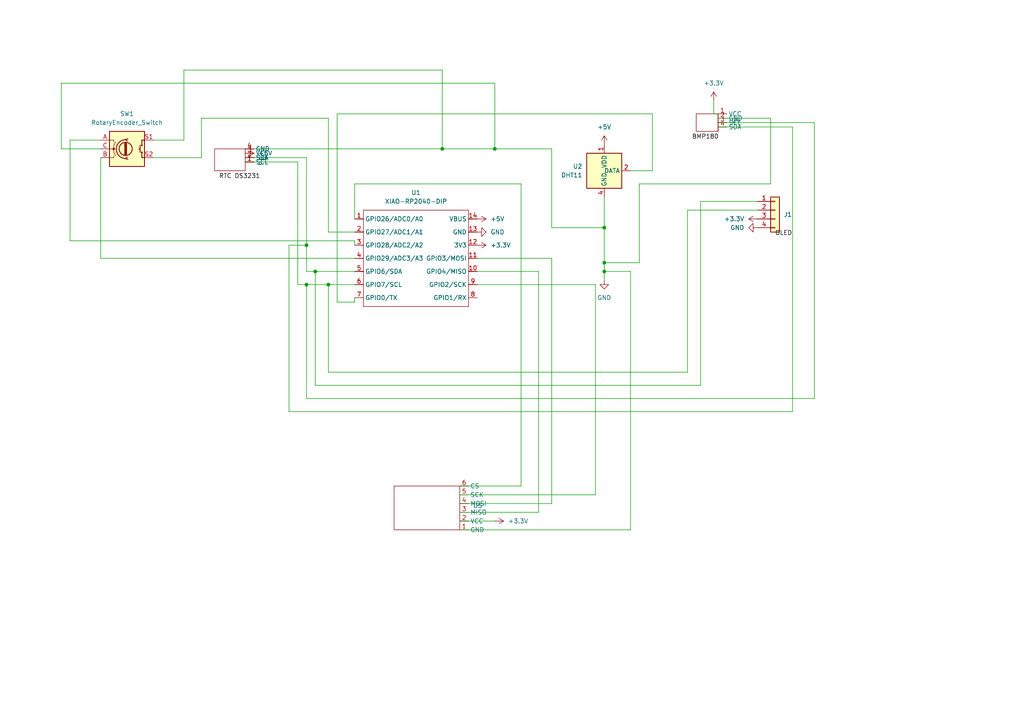
<source format=kicad_sch>
(kicad_sch (version 20250114) (generator "eeschema") (generator_version "9.0")
  (paper "A4")
  (lib_symbols
    (symbol "BMP:BMP180"
      (property "Reference" "U" (at 0 0 0))
      (symbol "BMP180_0_1"
        (rectangle (start 0 5.08) (end 0 0))
        (rectangle (start 0 0) (end -6.35 5.08))
      )
      (symbol "BMP180_1_1"
        (pin input line (at 0 5.08 0) (length 2.54) (name "VCC") (number "1"))
        (pin input line (at 0 3.81 0) (length 2.54) (name "GND") (number "2"))
        (pin input line (at 0 2.54 0) (length 2.54) (name "SCL") (number "3"))
        (pin input line (at 0 1.27 0) (length 2.54) (name "SDA") (number "4"))
      )
    )
    (symbol "Device:RotaryEncoder_Switch" (pin_names (offset 0.254) (hide yes))
      (property "Reference" "SW" (at 0 6.604 0))
      (property "Value" "RotaryEncoder_Switch" (at 0 -6.604 0))
      (symbol "RotaryEncoder_Switch_0_1"
        (rectangle (start -5.08 5.08) (end 5.08 -5.08) (stroke (width 0.254)) (fill (type background)))
        (polyline (pts (xy -5.08 2.54) (xy -3.81 2.54) (xy -3.81 2.032)))
        (polyline (pts (xy -5.08 0) (xy -3.81 0) (xy -3.81 -1.016) (xy -3.302 -2.032)))
        (polyline (pts (xy -5.08 -2.54) (xy -3.81 -2.54) (xy -3.81 -2.032)))
        (polyline (pts (xy -4.318 0) (xy -3.81 0) (xy -3.81 1.016) (xy -3.302 2.032)))
        (circle (center -3.81 0) (radius 0.254) (fill (type outline)))
        (polyline (pts (xy -0.635 -1.778) (xy -0.635 1.778)) (stroke (width 0.254)))
        (circle (center -0.381 0) (radius 1.905) (stroke (width 0.254)))
        (polyline (pts (xy -0.381 -1.778) (xy -0.381 1.778)) (stroke (width 0.254)))
        (arc (start -0.381 -2.794) (mid -3.0988 -0.0635) (end -0.381 2.667) (stroke (width 0.254)))
        (polyline (pts (xy -0.127 1.778) (xy -0.127 -1.778)) (stroke (width 0.254)))
        (polyline (pts (xy 0.254 2.921) (xy -0.508 2.667) (xy 0.127 2.286)) (stroke (width 0.254)))
        (polyline (pts (xy 0.254 -3.048) (xy -0.508 -2.794) (xy 0.127 -2.413)) (stroke (width 0.254)))
        (polyline (pts (xy 3.81 1.016) (xy 3.81 -1.016)) (stroke (width 0.254)))
        (polyline (pts (xy 3.81 0) (xy 3.429 0)) (stroke (width 0.254)))
        (circle (center 4.318 1.016) (radius 0.127) (stroke (width 0.254)))
        (circle (center 4.318 -1.016) (radius 0.127) (stroke (width 0.254)))
        (polyline (pts (xy 5.08 2.54) (xy 4.318 2.54) (xy 4.318 1.016)) (stroke (width 0.254)))
        (polyline (pts (xy 5.08 -2.54) (xy 4.318 -2.54) (xy 4.318 -1.016)) (stroke (width 0.254)))
      )
      (symbol "RotaryEncoder_Switch_1_1"
        (pin passive line (at -7.62 2.54 0) (length 2.54) (name "A") (number "A"))
        (pin passive line (at -7.62 0 0) (length 2.54) (name "C") (number "C"))
        (pin passive line (at -7.62 -2.54 0) (length 2.54) (name "B") (number "B"))
        (pin passive line (at 7.62 2.54 180) (length 2.54) (name "S1") (number "S1"))
        (pin passive line (at 7.62 -2.54 180) (length 2.54) (name "S2") (number "S2"))
      )
    )
    (symbol "OLED:Conn_01x04" (pin_names (offset 1.016) (hide yes))
      (property "Reference" "J" (at 0 5.08 0))
      (symbol "Conn_01x04_1_1"
        (rectangle (start -1.27 3.81) (end 1.27 -6.35) (stroke (width 0.254)) (fill (type background)))
        (rectangle (start -1.27 2.667) (end 0 2.413) (stroke (width 0.1524)))
        (rectangle (start -1.27 0.127) (end 0 -0.127) (stroke (width 0.1524)))
        (rectangle (start -1.27 -2.413) (end 0 -2.667) (stroke (width 0.1524)))
        (rectangle (start -1.27 -4.953) (end 0 -5.207) (stroke (width 0.1524)))
        (pin passive line (at -5.08 2.54 0) (length 3.81) (name "Pin_1") (number "1"))
        (pin passive line (at -5.08 0 0) (length 3.81) (name "Pin_2") (number "2"))
        (pin passive line (at -5.08 -2.54 0) (length 3.81) (name "VCC") (number "3"))
        (pin passive line (at -5.08 -5.08 0) (length 3.81) (name "GND") (number "4"))
      )
    )
    (symbol "OPL:XIAO-RP2040-DIP"
      (property "Reference" "U" (at 0 0 0))
      (property "Value" "XIAO-RP2040-DIP" (at 5.334 -1.778 0))
      (symbol "XIAO-RP2040-DIP_1_0"
        (polyline (pts (xy -1.27 -2.54) (xy 29.21 -2.54)) (stroke (width 0.1524)))
        (polyline (pts (xy -1.27 -5.08) (xy -2.54 -5.08)) (stroke (width 0.1524)))
        (polyline (pts (xy -1.27 -5.08) (xy -1.27 -2.54)) (stroke (width 0.1524)))
        (polyline (pts (xy -1.27 -8.89) (xy -2.54 -8.89)) (stroke (width 0.1524)))
        (polyline (pts (xy -1.27 -8.89) (xy -1.27 -5.08)) (stroke (width 0.1524)))
        (polyline (pts (xy -1.27 -12.7) (xy -2.54 -12.7)) (stroke (width 0.1524)))
        (polyline (pts (xy -1.27 -12.7) (xy -1.27 -8.89)) (stroke (width 0.1524)))
        (polyline (pts (xy -1.27 -16.51) (xy -2.54 -16.51)) (stroke (width 0.1524)))
        (polyline (pts (xy -1.27 -16.51) (xy -1.27 -12.7)) (stroke (width 0.1524)))
        (polyline (pts (xy -1.27 -20.32) (xy -2.54 -20.32)) (stroke (width 0.1524)))
        (polyline (pts (xy -1.27 -24.13) (xy -2.54 -24.13)) (stroke (width 0.1524)))
        (polyline (pts (xy -1.27 -27.94) (xy -2.54 -27.94)) (stroke (width 0.1524)))
        (polyline (pts (xy -1.27 -30.48) (xy -1.27 -16.51)) (stroke (width 0.1524)))
        (polyline (pts (xy 29.21 -2.54) (xy 29.21 -5.08)) (stroke (width 0.1524)))
        (polyline (pts (xy 29.21 -5.08) (xy 29.21 -8.89)) (stroke (width 0.1524)))
        (polyline (pts (xy 29.21 -8.89) (xy 29.21 -12.7)) (stroke (width 0.1524)))
        (polyline (pts (xy 29.21 -12.7) (xy 29.21 -30.48)) (stroke (width 0.1524)))
        (polyline (pts (xy 29.21 -30.48) (xy -1.27 -30.48)) (stroke (width 0.1524)))
        (polyline (pts (xy 30.48 -5.08) (xy 29.21 -5.08)) (stroke (width 0.1524)))
        (polyline (pts (xy 30.48 -8.89) (xy 29.21 -8.89)) (stroke (width 0.1524)))
        (polyline (pts (xy 30.48 -12.7) (xy 29.21 -12.7)) (stroke (width 0.1524)))
        (polyline (pts (xy 30.48 -16.51) (xy 29.21 -16.51)) (stroke (width 0.1524)))
        (polyline (pts (xy 30.48 -20.32) (xy 29.21 -20.32)) (stroke (width 0.1524)))
        (polyline (pts (xy 30.48 -24.13) (xy 29.21 -24.13)) (stroke (width 0.1524)))
        (polyline (pts (xy 30.48 -27.94) (xy 29.21 -27.94)) (stroke (width 0.1524)))
        (pin passive line (at -3.81 -5.08 0) (length 2.54) (name "GPIO26/ADC0/A0") (number "1"))
        (pin passive line (at -3.81 -8.89 0) (length 2.54) (name "GPIO27/ADC1/A1") (number "2"))
        (pin passive line (at -3.81 -12.7 0) (length 2.54) (name "GPIO28/ADC2/A2") (number "3"))
        (pin passive line (at -3.81 -16.51 0) (length 2.54) (name "GPIO29/ADC3/A3") (number "4"))
        (pin passive line (at -3.81 -20.32 0) (length 2.54) (name "GPIO6/SDA") (number "5"))
        (pin passive line (at -3.81 -24.13 0) (length 2.54) (name "GPIO7/SCL") (number "6"))
        (pin passive line (at -3.81 -27.94 0) (length 2.54) (name "GPIO0/TX") (number "7"))
        (pin passive line (at 31.75 -5.08 180) (length 2.54) (name "VBUS") (number "14"))
        (pin passive line (at 31.75 -8.89 180) (length 2.54) (name "GND") (number "13"))
        (pin passive line (at 31.75 -12.7 180) (length 2.54) (name "3V3") (number "12"))
        (pin passive line (at 31.75 -16.51 180) (length 2.54) (name "GPIO3/MOSI") (number "11"))
        (pin passive line (at 31.75 -20.32 180) (length 2.54) (name "GPIO4/MISO") (number "10"))
        (pin passive line (at 31.75 -24.13 180) (length 2.54) (name "GPIO2/SCK") (number "9"))
        (pin passive line (at 31.75 -27.94 180) (length 2.54) (name "GPIO1/RX") (number "8"))
      )
    )
    (symbol "RTC:RTC_DS3231"
      (property "Reference" "U" (at 0 0 0))
      (symbol "RTC_DS3231_0_1"
        (rectangle (start 0 0) (end -8.89 6.35))
      )
      (symbol "RTC_DS3231_1_1"
        (pin input line (at 0 6.35 0) (length 2.54) (name "GND") (number "4"))
        (pin input line (at 0 5.08 0) (length 2.54) (name "VCC") (number "3"))
        (pin input line (at 0 3.81 0) (length 2.54) (name "SDA") (number "2"))
        (pin input line (at 0 2.54 0) (length 2.54) (name "SCL") (number "1"))
      )
    )
    (symbol "SDReader:SDReader"
      (property "Reference" "U" (at 0 0 0))
      (symbol "SDReader_0_1"
        (rectangle (start 0 0) (end -19.05 12.7))
      )
      (symbol "SDReader_1_1"
        (pin output line (at 0 12.7 0) (length 2.54) (name "CS") (number "6"))
        (pin output line (at 0 10.16 0) (length 2.54) (name "SCK") (number "5"))
        (pin output line (at 0 7.62 0) (length 2.54) (name "MOSI") (number "4"))
        (pin input line (at 0 5.08 0) (length 2.54) (name "MISO") (number "3"))
        (pin power_in line (at 0 2.54 0) (length 2.54) (name "VCC") (number "2"))
        (pin power_in line (at 0 0 0) (length 2.54) (name "GND") (number "1"))
      )
    )
    (symbol "Sensor:DHT11"
      (property "Reference" "U" (at -3.81 6.35 0))
      (property "Value" "DHT11" (at 3.81 6.35 0))
      (symbol "DHT11_0_1"
        (rectangle (start -5.08 5.08) (end 5.08 -5.08) (stroke (width 0.254)) (fill (type background)))
      )
      (symbol "DHT11_1_1"
        (pin no_connect line (at -5.08 0 0) (length 2.54) (hide yes) (name "NC") (number "3"))
        (pin power_in line (at 0 7.62 270) (length 2.54) (name "VDD") (number "1"))
        (pin power_in line (at 0 -7.62 90) (length 2.54) (name "GND") (number "4"))
        (pin bidirectional line (at 7.62 0 180) (length 2.54) (name "DATA") (number "2"))
      )
    )
    (symbol "power:+3.3V" (power) (pin_numbers (hide yes)) (pin_names (offset 0) (hide yes))
      (property "Value" "+3.3V" (at 0 3.556 0))
      (symbol "+3.3V_0_1"
        (polyline (pts (xy -0.762 1.27) (xy 0 2.54)))
        (polyline (pts (xy 0 2.54) (xy 0.762 1.27)))
        (polyline (pts (xy 0 0) (xy 0 2.54)))
      )
      (symbol "+3.3V_1_1"
        (pin power_in line (at 0 0 90) (length 0) (name "~") (number "1"))
      )
    )
    (symbol "power:+5V" (power) (pin_numbers (hide yes)) (pin_names (offset 0) (hide yes))
      (property "Value" "+5V" (at 0 3.556 0))
      (symbol "+5V_0_1"
        (polyline (pts (xy -0.762 1.27) (xy 0 2.54)))
        (polyline (pts (xy 0 2.54) (xy 0.762 1.27)))
        (polyline (pts (xy 0 0) (xy 0 2.54)))
      )
      (symbol "+5V_1_1"
        (pin power_in line (at 0 0 90) (length 0) (name "~") (number "1"))
      )
    )
    (symbol "power:GND" (power) (pin_numbers (hide yes)) (pin_names (offset 0) (hide yes))
      (property "Value" "GND" (at 0 -3.81 0))
      (symbol "GND_0_1"
        (polyline (pts (xy 0 0) (xy 0 -1.27) (xy 1.27 -1.27) (xy 0 -2.54) (xy -1.27 -1.27) (xy 0 -1.27)))
      )
      (symbol "GND_1_1"
        (pin power_in line (at 0 0 270) (length 0) (name "~") (number "1"))
      )
    )
  )
  (junction (at 175.26 76.2))
  (junction (at 128.27 43.18))
  (junction (at 88.9 82.55))
  (junction (at 143.51 43.18))
  (junction (at 88.9 71.12))
  (junction (at 175.26 78.74))
  (junction (at 175.26 66.04))
  (junction (at 91.44 78.74))
  (junction (at 95.25 82.55))
  (wire (pts (xy 151.13 140.97) (xy 151.13 53.34)))
  (wire (pts (xy 156.21 78.74) (xy 138.43 78.74)))
  (wire (pts (xy 53.34 20.32) (xy 53.34 40.64)))
  (wire (pts (xy 172.72 82.55) (xy 138.43 82.55)))
  (wire (pts (xy 143.51 43.18) (xy 160.02 43.18)))
  (wire (pts (xy 203.2 111.76) (xy 91.44 111.76)))
  (wire (pts (xy 17.78 24.13) (xy 143.51 24.13)))
  (wire (pts (xy 86.36 46.99) (xy 86.36 82.55)))
  (wire (pts (xy 44.45 45.72) (xy 58.42 45.72)))
  (wire (pts (xy 143.51 24.13) (xy 143.51 43.18)))
  (wire (pts (xy 133.35 151.13) (xy 143.51 151.13)))
  (wire (pts (xy 91.44 78.74) (xy 102.87 78.74)))
  (wire (pts (xy 102.87 69.85) (xy 102.87 71.12)))
  (wire (pts (xy 223.52 53.34) (xy 185.42 53.34)))
  (wire (pts (xy 95.25 82.55) (xy 102.87 82.55)))
  (wire (pts (xy 102.87 87.63) (xy 102.87 86.36)))
  (wire (pts (xy 102.87 53.34) (xy 102.87 63.5)))
  (wire (pts (xy 236.22 35.56) (xy 236.22 115.57)))
  (wire (pts (xy 88.9 78.74) (xy 91.44 78.74)))
  (wire (pts (xy 175.26 76.2) (xy 175.26 78.74)))
  (wire (pts (xy 160.02 66.04) (xy 175.26 66.04)))
  (wire (pts (xy 95.25 34.29) (xy 95.25 67.31)))
  (wire (pts (xy 133.35 143.51) (xy 172.72 143.51)))
  (wire (pts (xy 29.21 43.18) (xy 17.78 43.18)))
  (wire (pts (xy 97.79 87.63) (xy 102.87 87.63)))
  (wire (pts (xy 182.88 153.67) (xy 182.88 78.74)))
  (wire (pts (xy 185.42 53.34) (xy 185.42 76.2)))
  (wire (pts (xy 175.26 66.04) (xy 175.26 76.2)))
  (wire (pts (xy 88.9 45.72) (xy 88.9 71.12)))
  (wire (pts (xy 128.27 43.18) (xy 143.51 43.18)))
  (wire (pts (xy 95.25 67.31) (xy 102.87 67.31)))
  (wire (pts (xy 172.72 143.51) (xy 172.72 82.55)))
  (wire (pts (xy 208.28 34.29) (xy 223.52 34.29)))
  (wire (pts (xy 29.21 74.93) (xy 102.87 74.93)))
  (wire (pts (xy 83.82 119.38) (xy 83.82 71.12)))
  (wire (pts (xy 29.21 45.72) (xy 29.21 74.93)))
  (wire (pts (xy 97.79 33.02) (xy 97.79 87.63)))
  (wire (pts (xy 208.28 36.83) (xy 229.87 36.83)))
  (wire (pts (xy 71.12 45.72) (xy 88.9 45.72)))
  (wire (pts (xy 53.34 20.32) (xy 128.27 20.32)))
  (wire (pts (xy 236.22 115.57) (xy 88.9 115.57)))
  (wire (pts (xy 88.9 82.55) (xy 95.25 82.55)))
  (wire (pts (xy 151.13 53.34) (xy 102.87 53.34)))
  (wire (pts (xy 83.82 71.12) (xy 88.9 71.12)))
  (wire (pts (xy 58.42 34.29) (xy 95.25 34.29)))
  (wire (pts (xy 219.71 60.96) (xy 199.39 60.96)))
  (wire (pts (xy 133.35 148.59) (xy 156.21 148.59)))
  (wire (pts (xy 160.02 74.93) (xy 138.43 74.93)))
  (wire (pts (xy 223.52 34.29) (xy 223.52 53.34)))
  (wire (pts (xy 207.01 29.21) (xy 207.01 33.02)))
  (wire (pts (xy 91.44 111.76) (xy 91.44 78.74)))
  (wire (pts (xy 95.25 107.95) (xy 95.25 82.55)))
  (wire (pts (xy 86.36 82.55) (xy 88.9 82.55)))
  (wire (pts (xy 189.23 49.53) (xy 189.23 33.02)))
  (wire (pts (xy 182.88 49.53) (xy 189.23 49.53)))
  (wire (pts (xy 71.12 46.99) (xy 86.36 46.99)))
  (wire (pts (xy 133.35 140.97) (xy 151.13 140.97)))
  (wire (pts (xy 219.71 58.42) (xy 203.2 58.42)))
  (wire (pts (xy 175.26 78.74) (xy 175.26 81.28)))
  (wire (pts (xy 229.87 119.38) (xy 83.82 119.38)))
  (wire (pts (xy 17.78 43.18) (xy 17.78 24.13)))
  (wire (pts (xy 199.39 60.96) (xy 199.39 107.95)))
  (wire (pts (xy 189.23 33.02) (xy 97.79 33.02)))
  (wire (pts (xy 133.35 153.67) (xy 182.88 153.67)))
  (wire (pts (xy 208.28 35.56) (xy 236.22 35.56)))
  (wire (pts (xy 229.87 36.83) (xy 229.87 119.38)))
  (wire (pts (xy 71.12 43.18) (xy 128.27 43.18)))
  (wire (pts (xy 133.35 146.05) (xy 160.02 146.05)))
  (wire (pts (xy 20.32 69.85) (xy 102.87 69.85)))
  (wire (pts (xy 203.2 58.42) (xy 203.2 111.76)))
  (wire (pts (xy 156.21 148.59) (xy 156.21 78.74)))
  (wire (pts (xy 207.01 33.02) (xy 208.28 33.02)))
  (wire (pts (xy 20.32 40.64) (xy 20.32 69.85)))
  (wire (pts (xy 53.34 40.64) (xy 44.45 40.64)))
  (wire (pts (xy 88.9 71.12) (xy 88.9 78.74)))
  (wire (pts (xy 185.42 76.2) (xy 175.26 76.2)))
  (wire (pts (xy 160.02 43.18) (xy 160.02 66.04)))
  (wire (pts (xy 199.39 107.95) (xy 95.25 107.95)))
  (wire (pts (xy 88.9 115.57) (xy 88.9 82.55)))
  (wire (pts (xy 182.88 78.74) (xy 175.26 78.74)))
  (wire (pts (xy 175.26 57.15) (xy 175.26 66.04)))
  (wire (pts (xy 58.42 45.72) (xy 58.42 34.29)))
  (wire (pts (xy 128.27 20.32) (xy 128.27 43.18)))
  (wire (pts (xy 29.21 40.64) (xy 20.32 40.64)))
  (wire (pts (xy 160.02 146.05) (xy 160.02 74.93)))
  (label "RTC DS3231" (at 63.5 52.07 0))
  (label "BMP180" (at 200.66 40.64 0))
  (label "OLED" (at 224.79 68.58 0))
  (symbol (lib_id "power:+3.3V") (at 207.01 29.21 0) (unit 1)
    (property "Reference" "#PWR010" (effects (hide yes)))
    (property "Value" "+3.3V" (at 207.01 24.13 0))
    (property "Description" "Power symbol creates a global label with name \"+3.3V\"" (effects (hide yes)))
  )
  (symbol (lib_id "power:+5V") (at 138.43 63.5 270) (unit 1)
    (property "Reference" "#PWR01" (effects (hide yes)))
    (property "Value" "+5V" (at 142.24 63.4999 90) (effects (justify left)))
    (property "Description" "Power symbol creates a global label with name \"+5V\"" (effects (hide yes)))
  )
  (symbol (lib_id "power:GND") (at 219.71 66.04 270) (unit 1)
    (property "Reference" "#PWR06" (effects (hide yes)))
    (property "Value" "GND" (at 215.9 66.0399 90) (effects (justify right)))
    (property "Description" "Power symbol creates a global label with name \"GND\" , ground" (effects (hide yes)))
  )
  (symbol (lib_id "power:+3.3V") (at 143.51 151.13 270) (unit 1)
    (property "Reference" "#PWR08" (effects (hide yes)))
    (property "Value" "+3.3V" (at 147.32 151.1299 90) (effects (justify left)))
    (property "Description" "Power symbol creates a global label with name \"+3.3V\"" (effects (hide yes)))
  )
  (symbol (lib_id "SDReader:SDReader") (at 133.35 153.67 0) (unit 1)
    (property "Reference" "U5" (at 137.16 146.6849 0) (effects (justify left)))
    (property "Value" "~" (at 137.16 148.59 0) (effects (justify left)))
    (property "Footprint" "SDReader:Untitled" (effects (hide yes)))
  )
  (symbol (lib_id "power:GND") (at 175.26 81.28 0) (unit 1)
    (property "Reference" "#PWR03" (effects (hide yes)))
    (property "Value" "GND" (at 175.26 86.36 0))
    (property "Description" "Power symbol creates a global label with name \"GND\" , ground" (effects (hide yes)))
  )
  (symbol (lib_id "OLED:Conn_01x04") (at 224.79 60.96 0) (unit 1)
    (property "Reference" "J1" (at 227.33 62.2299 0) (effects (justify left)))
    (property "Value" "OLED Display" (effects (hide yes)))
    (property "Footprint" "Library:128x64OLED" (effects (hide yes)))
    (property "Description" "Generic connector, single row, 01x04, script generated (kicad-library-utils/schlib/autogen/connector/)" (effects (hide yes)))
  )
  (symbol (lib_id "power:+3.3V") (at 219.71 63.5 90) (unit 1)
    (property "Reference" "#PWR05" (effects (hide yes)))
    (property "Value" "+3.3V" (at 215.9 63.4999 90) (effects (justify left)))
    (property "Description" "Power symbol creates a global label with name \"+3.3V\"" (effects (hide yes)))
  )
  (symbol (lib_id "BMP:BMP180") (at 208.28 38.1 0) (unit 1)
    (property "Reference" "U4" (at 212.09 34.9249 0) (effects (justify left)))
    (property "Value" "~" (at 212.09 36.83 0) (effects (justify left)))
    (property "Footprint" "SPARK:Untitled" (effects (hide yes)))
  )
  (symbol (lib_id "power:+5V") (at 175.26 41.91 0) (unit 1)
    (property "Reference" "#PWR04" (effects (hide yes)))
    (property "Value" "+5V" (at 175.26 36.83 0))
    (property "Description" "Power symbol creates a global label with name \"+5V\"" (effects (hide yes)))
  )
  (symbol (lib_id "RTC:RTC_DS3231") (at 71.12 49.53 0) (unit 1)
    (property "Reference" "U3" (at 74.93 45.7199 0) (effects (justify left)))
    (property "Value" "~" (at 74.93 47.625 0) (effects (justify left)))
    (property "Footprint" "LARGE:RTC_DS3231" (effects (hide yes)))
  )
  (symbol (lib_id "Device:RotaryEncoder_Switch") (at 36.83 43.18 0) (unit 1)
    (property "Reference" "SW1" (at 36.83 33.02 0))
    (property "Value" "RotaryEncoder_Switch" (at 36.83 35.56 0))
    (property "Footprint" "Rotary_Encoder:RotaryEncoder_Alps_EC11E-Switch_Vertical_H20mm" (effects (hide yes)))
    (property "Description" "Rotary encoder, dual channel, incremental quadrate outputs, with switch" (effects (hide yes)))
  )
  (symbol (lib_id "power:GND") (at 138.43 67.31 90) (unit 1)
    (property "Reference" "#PWR02" (effects (hide yes)))
    (property "Value" "GND" (at 142.24 67.3099 90) (effects (justify right)))
    (property "Description" "Power symbol creates a global label with name \"GND\" , ground" (effects (hide yes)))
  )
  (symbol (lib_id "Sensor:DHT11") (at 175.26 49.53 0) (unit 1)
    (property "Reference" "U2" (at 168.91 48.2599 0) (effects (justify right)))
    (property "Value" "DHT11" (at 168.91 50.7999 0) (effects (justify right)))
    (property "Footprint" "Sensor:Aosong_DHT11_5.5x12.0_P2.54mm" (effects (hide yes)))
    (property "Datasheet" "http://akizukidenshi.com/download/ds/aosong/DHT11.pdf" (effects (hide yes)))
    (property "Description" "3.3V to 5.5V, temperature and humidity module, DHT11" (effects (hide yes)))
  )
  (symbol (lib_id "OPL:XIAO-RP2040-DIP") (at 106.68 58.42 0) (unit 1)
    (property "Reference" "U1" (at 120.65 55.88 0))
    (property "Value" "XIAO-RP2040-DIP" (at 120.65 58.42 0))
    (property "Footprint" "OPL:XIAO-RP2040-DIP" (effects (hide yes)))
  )
  (symbol (lib_id "power:+3.3V") (at 138.43 71.12 270) (unit 1)
    (property "Reference" "#PWR09" (effects (hide yes)))
    (property "Value" "+3.3V" (at 142.24 71.1199 90) (effects (justify left)))
    (property "Description" "Power symbol creates a global label with name \"+3.3V\"" (effects (hide yes)))
  )
  (symbol (lib_id "power:+5V") (at 71.12 44.45 270) (unit 1)
    (property "Reference" "#PWR07" (effects (hide yes)))
    (property "Value" "+5V" (at 74.93 44.4499 90) (effects (justify left)))
    (property "Description" "Power symbol creates a global label with name \"+5V\"" (effects (hide yes)))
  )
)
</source>
